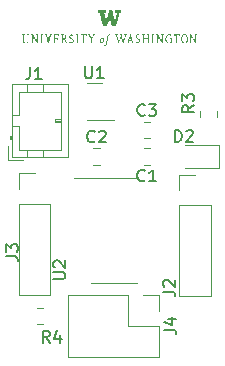
<source format=gbr>
G04 #@! TF.GenerationSoftware,KiCad,Pcbnew,(6.0.8)*
G04 #@! TF.CreationDate,2022-10-25T11:31:58-07:00*
G04 #@! TF.ProjectId,SAMD10_demo_in_progress,53414d44-3130-45f6-9465-6d6f5f696e5f,rev?*
G04 #@! TF.SameCoordinates,Original*
G04 #@! TF.FileFunction,Legend,Top*
G04 #@! TF.FilePolarity,Positive*
%FSLAX46Y46*%
G04 Gerber Fmt 4.6, Leading zero omitted, Abs format (unit mm)*
G04 Created by KiCad (PCBNEW (6.0.8)) date 2022-10-25 11:31:58*
%MOMM*%
%LPD*%
G01*
G04 APERTURE LIST*
%ADD10C,0.150000*%
%ADD11C,0.120000*%
G04 APERTURE END LIST*
D10*
X80283333Y-77507142D02*
X80235714Y-77554761D01*
X80092857Y-77602380D01*
X79997619Y-77602380D01*
X79854761Y-77554761D01*
X79759523Y-77459523D01*
X79711904Y-77364285D01*
X79664285Y-77173809D01*
X79664285Y-77030952D01*
X79711904Y-76840476D01*
X79759523Y-76745238D01*
X79854761Y-76650000D01*
X79997619Y-76602380D01*
X80092857Y-76602380D01*
X80235714Y-76650000D01*
X80283333Y-76697619D01*
X81235714Y-77602380D02*
X80664285Y-77602380D01*
X80950000Y-77602380D02*
X80950000Y-76602380D01*
X80854761Y-76745238D01*
X80759523Y-76840476D01*
X80664285Y-76888095D01*
X76033333Y-74207142D02*
X75985714Y-74254761D01*
X75842857Y-74302380D01*
X75747619Y-74302380D01*
X75604761Y-74254761D01*
X75509523Y-74159523D01*
X75461904Y-74064285D01*
X75414285Y-73873809D01*
X75414285Y-73730952D01*
X75461904Y-73540476D01*
X75509523Y-73445238D01*
X75604761Y-73350000D01*
X75747619Y-73302380D01*
X75842857Y-73302380D01*
X75985714Y-73350000D01*
X76033333Y-73397619D01*
X76414285Y-73397619D02*
X76461904Y-73350000D01*
X76557142Y-73302380D01*
X76795238Y-73302380D01*
X76890476Y-73350000D01*
X76938095Y-73397619D01*
X76985714Y-73492857D01*
X76985714Y-73588095D01*
X76938095Y-73730952D01*
X76366666Y-74302380D01*
X76985714Y-74302380D01*
X80283333Y-71957142D02*
X80235714Y-72004761D01*
X80092857Y-72052380D01*
X79997619Y-72052380D01*
X79854761Y-72004761D01*
X79759523Y-71909523D01*
X79711904Y-71814285D01*
X79664285Y-71623809D01*
X79664285Y-71480952D01*
X79711904Y-71290476D01*
X79759523Y-71195238D01*
X79854761Y-71100000D01*
X79997619Y-71052380D01*
X80092857Y-71052380D01*
X80235714Y-71100000D01*
X80283333Y-71147619D01*
X80616666Y-71052380D02*
X81235714Y-71052380D01*
X80902380Y-71433333D01*
X81045238Y-71433333D01*
X81140476Y-71480952D01*
X81188095Y-71528571D01*
X81235714Y-71623809D01*
X81235714Y-71861904D01*
X81188095Y-71957142D01*
X81140476Y-72004761D01*
X81045238Y-72052380D01*
X80759523Y-72052380D01*
X80664285Y-72004761D01*
X80616666Y-71957142D01*
X82836904Y-74252380D02*
X82836904Y-73252380D01*
X83075000Y-73252380D01*
X83217857Y-73300000D01*
X83313095Y-73395238D01*
X83360714Y-73490476D01*
X83408333Y-73680952D01*
X83408333Y-73823809D01*
X83360714Y-74014285D01*
X83313095Y-74109523D01*
X83217857Y-74204761D01*
X83075000Y-74252380D01*
X82836904Y-74252380D01*
X83789285Y-73347619D02*
X83836904Y-73300000D01*
X83932142Y-73252380D01*
X84170238Y-73252380D01*
X84265476Y-73300000D01*
X84313095Y-73347619D01*
X84360714Y-73442857D01*
X84360714Y-73538095D01*
X84313095Y-73680952D01*
X83741666Y-74252380D01*
X84360714Y-74252380D01*
X81932380Y-90163333D02*
X82646666Y-90163333D01*
X82789523Y-90210952D01*
X82884761Y-90306190D01*
X82932380Y-90449047D01*
X82932380Y-90544285D01*
X82265714Y-89258571D02*
X82932380Y-89258571D01*
X81884761Y-89496666D02*
X82599047Y-89734761D01*
X82599047Y-89115714D01*
X81852380Y-86933333D02*
X82566666Y-86933333D01*
X82709523Y-86980952D01*
X82804761Y-87076190D01*
X82852380Y-87219047D01*
X82852380Y-87314285D01*
X81947619Y-86504761D02*
X81900000Y-86457142D01*
X81852380Y-86361904D01*
X81852380Y-86123809D01*
X81900000Y-86028571D01*
X81947619Y-85980952D01*
X82042857Y-85933333D01*
X82138095Y-85933333D01*
X82280952Y-85980952D01*
X82852380Y-86552380D01*
X82852380Y-85933333D01*
X68552380Y-83933333D02*
X69266666Y-83933333D01*
X69409523Y-83980952D01*
X69504761Y-84076190D01*
X69552380Y-84219047D01*
X69552380Y-84314285D01*
X68552380Y-83552380D02*
X68552380Y-82933333D01*
X68933333Y-83266666D01*
X68933333Y-83123809D01*
X68980952Y-83028571D01*
X69028571Y-82980952D01*
X69123809Y-82933333D01*
X69361904Y-82933333D01*
X69457142Y-82980952D01*
X69504761Y-83028571D01*
X69552380Y-83123809D01*
X69552380Y-83409523D01*
X69504761Y-83504761D01*
X69457142Y-83552380D01*
X70566666Y-67952380D02*
X70566666Y-68666666D01*
X70519047Y-68809523D01*
X70423809Y-68904761D01*
X70280952Y-68952380D01*
X70185714Y-68952380D01*
X71566666Y-68952380D02*
X70995238Y-68952380D01*
X71280952Y-68952380D02*
X71280952Y-67952380D01*
X71185714Y-68095238D01*
X71090476Y-68190476D01*
X70995238Y-68238095D01*
X84452380Y-71166666D02*
X83976190Y-71500000D01*
X84452380Y-71738095D02*
X83452380Y-71738095D01*
X83452380Y-71357142D01*
X83500000Y-71261904D01*
X83547619Y-71214285D01*
X83642857Y-71166666D01*
X83785714Y-71166666D01*
X83880952Y-71214285D01*
X83928571Y-71261904D01*
X83976190Y-71357142D01*
X83976190Y-71738095D01*
X83452380Y-70833333D02*
X83452380Y-70214285D01*
X83833333Y-70547619D01*
X83833333Y-70404761D01*
X83880952Y-70309523D01*
X83928571Y-70261904D01*
X84023809Y-70214285D01*
X84261904Y-70214285D01*
X84357142Y-70261904D01*
X84404761Y-70309523D01*
X84452380Y-70404761D01*
X84452380Y-70690476D01*
X84404761Y-70785714D01*
X84357142Y-70833333D01*
X72233333Y-91252380D02*
X71900000Y-90776190D01*
X71661904Y-91252380D02*
X71661904Y-90252380D01*
X72042857Y-90252380D01*
X72138095Y-90300000D01*
X72185714Y-90347619D01*
X72233333Y-90442857D01*
X72233333Y-90585714D01*
X72185714Y-90680952D01*
X72138095Y-90728571D01*
X72042857Y-90776190D01*
X71661904Y-90776190D01*
X73090476Y-90585714D02*
X73090476Y-91252380D01*
X72852380Y-90204761D02*
X72614285Y-90919047D01*
X73233333Y-90919047D01*
X72552380Y-85861904D02*
X73361904Y-85861904D01*
X73457142Y-85814285D01*
X73504761Y-85766666D01*
X73552380Y-85671428D01*
X73552380Y-85480952D01*
X73504761Y-85385714D01*
X73457142Y-85338095D01*
X73361904Y-85290476D01*
X72552380Y-85290476D01*
X72647619Y-84861904D02*
X72600000Y-84814285D01*
X72552380Y-84719047D01*
X72552380Y-84480952D01*
X72600000Y-84385714D01*
X72647619Y-84338095D01*
X72742857Y-84290476D01*
X72838095Y-84290476D01*
X72980952Y-84338095D01*
X73552380Y-84909523D01*
X73552380Y-84290476D01*
X75238095Y-67852380D02*
X75238095Y-68661904D01*
X75285714Y-68757142D01*
X75333333Y-68804761D01*
X75428571Y-68852380D01*
X75619047Y-68852380D01*
X75714285Y-68804761D01*
X75761904Y-68757142D01*
X75809523Y-68661904D01*
X75809523Y-67852380D01*
X76809523Y-68852380D02*
X76238095Y-68852380D01*
X76523809Y-68852380D02*
X76523809Y-67852380D01*
X76428571Y-67995238D01*
X76333333Y-68090476D01*
X76238095Y-68138095D01*
D11*
X80711252Y-74790000D02*
X80188748Y-74790000D01*
X80711252Y-76210000D02*
X80188748Y-76210000D01*
X75938748Y-74790000D02*
X76461252Y-74790000D01*
X75938748Y-76210000D02*
X76461252Y-76210000D01*
X80711252Y-73960000D02*
X80188748Y-73960000D01*
X80711252Y-72540000D02*
X80188748Y-72540000D01*
X83700000Y-76460000D02*
X86560000Y-76460000D01*
X86560000Y-74540000D02*
X83700000Y-74540000D01*
X86560000Y-76460000D02*
X86560000Y-74540000D01*
X81480000Y-92430000D02*
X73740000Y-92430000D01*
X81480000Y-89830000D02*
X81480000Y-92430000D01*
X73740000Y-87230000D02*
X73740000Y-92430000D01*
X78880000Y-87230000D02*
X73740000Y-87230000D01*
X78880000Y-89830000D02*
X81480000Y-89830000D01*
X80150000Y-87230000D02*
X81480000Y-87230000D01*
X78880000Y-87230000D02*
X78880000Y-89830000D01*
X81480000Y-87230000D02*
X81480000Y-88560000D01*
X83220000Y-77020000D02*
X84550000Y-77020000D01*
X85880000Y-79620000D02*
X85880000Y-87300000D01*
X83220000Y-78350000D02*
X83220000Y-77020000D01*
X83220000Y-87300000D02*
X85880000Y-87300000D01*
X83220000Y-79620000D02*
X83220000Y-87300000D01*
X83220000Y-79620000D02*
X85880000Y-79620000D01*
X72280000Y-79520000D02*
X72280000Y-87200000D01*
X69620000Y-76920000D02*
X70950000Y-76920000D01*
X69620000Y-78250000D02*
X69620000Y-76920000D01*
X69620000Y-79520000D02*
X69620000Y-87200000D01*
X69620000Y-87200000D02*
X72280000Y-87200000D01*
X69620000Y-79520000D02*
X72280000Y-79520000D01*
X69040000Y-69390000D02*
X69040000Y-75510000D01*
X69040000Y-73750000D02*
X68840000Y-73750000D01*
X73150000Y-74900000D02*
X73150000Y-70000000D01*
X73150000Y-72550000D02*
X72650000Y-72550000D01*
X69650000Y-71950000D02*
X69040000Y-71950000D01*
X68940000Y-73750000D02*
X68940000Y-74050000D01*
X72650000Y-72550000D02*
X72650000Y-72350000D01*
X71650000Y-75510000D02*
X71650000Y-74900000D01*
X73150000Y-70000000D02*
X69650000Y-70000000D01*
X69650000Y-70000000D02*
X69650000Y-71950000D01*
X73760000Y-69390000D02*
X69040000Y-69390000D01*
X70350000Y-69390000D02*
X70350000Y-70000000D01*
X68840000Y-73750000D02*
X68840000Y-74050000D01*
X69650000Y-74900000D02*
X73150000Y-74900000D01*
X68740000Y-74560000D02*
X68740000Y-75810000D01*
X69650000Y-72950000D02*
X69650000Y-74900000D01*
X69040000Y-72950000D02*
X69650000Y-72950000D01*
X71650000Y-69390000D02*
X71650000Y-70000000D01*
X73150000Y-72450000D02*
X72650000Y-72450000D01*
X68740000Y-75810000D02*
X69990000Y-75810000D01*
X68840000Y-74050000D02*
X69040000Y-74050000D01*
X69040000Y-75510000D02*
X73760000Y-75510000D01*
X73760000Y-75510000D02*
X73760000Y-69390000D01*
X72650000Y-72350000D02*
X73150000Y-72350000D01*
X70350000Y-75510000D02*
X70350000Y-74900000D01*
X84990000Y-71663748D02*
X84990000Y-72186252D01*
X86410000Y-71663748D02*
X86410000Y-72186252D01*
X71138748Y-89710000D02*
X71661252Y-89710000D01*
X71138748Y-88290000D02*
X71661252Y-88290000D01*
X77700000Y-77315000D02*
X74250000Y-77315000D01*
X77700000Y-86185000D02*
X75750000Y-86185000D01*
X77700000Y-86185000D02*
X79650000Y-86185000D01*
X77700000Y-77315000D02*
X79650000Y-77315000D01*
X76000000Y-69240000D02*
X76650000Y-69240000D01*
X76000000Y-69240000D02*
X75350000Y-69240000D01*
X76000000Y-72360000D02*
X75350000Y-72360000D01*
X76000000Y-72360000D02*
X77675000Y-72360000D01*
G36*
X74072987Y-65147642D02*
G01*
X74084267Y-65148626D01*
X74098555Y-65150643D01*
X74117129Y-65153828D01*
X74141267Y-65158321D01*
X74160211Y-65161942D01*
X74185201Y-65166799D01*
X74207519Y-65171251D01*
X74226055Y-65175064D01*
X74239698Y-65178009D01*
X74247338Y-65179855D01*
X74248563Y-65180297D01*
X74247102Y-65183956D01*
X74241949Y-65192942D01*
X74233801Y-65206116D01*
X74223355Y-65222341D01*
X74216257Y-65233092D01*
X74182233Y-65284168D01*
X74156058Y-65255953D01*
X74144279Y-65243099D01*
X74134166Y-65231777D01*
X74127157Y-65223612D01*
X74125125Y-65221024D01*
X74118571Y-65216009D01*
X74107699Y-65211318D01*
X74102886Y-65209908D01*
X74072965Y-65205740D01*
X74045176Y-65208320D01*
X74020331Y-65217067D01*
X73999240Y-65231403D01*
X73982714Y-65250747D01*
X73971563Y-65274519D01*
X73966599Y-65302140D01*
X73966425Y-65307499D01*
X73966937Y-65323470D01*
X73969475Y-65336689D01*
X73974943Y-65350896D01*
X73978913Y-65359246D01*
X73988474Y-65376008D01*
X74000373Y-65393268D01*
X74009997Y-65404978D01*
X74017889Y-65412422D01*
X74031118Y-65423649D01*
X74048687Y-65437869D01*
X74069600Y-65454289D01*
X74092859Y-65472120D01*
X74117469Y-65490568D01*
X74121926Y-65493864D01*
X74152846Y-65516869D01*
X74178039Y-65536145D01*
X74198211Y-65552398D01*
X74214065Y-65566337D01*
X74226307Y-65578668D01*
X74235642Y-65590099D01*
X74242773Y-65601337D01*
X74248406Y-65613089D01*
X74253038Y-65625454D01*
X74262026Y-65663392D01*
X74263754Y-65701679D01*
X74258670Y-65739387D01*
X74247222Y-65775584D01*
X74229858Y-65809342D01*
X74207026Y-65839732D01*
X74179173Y-65865824D01*
X74146748Y-65886688D01*
X74121917Y-65897560D01*
X74103070Y-65903218D01*
X74083395Y-65906567D01*
X74061673Y-65907576D01*
X74036684Y-65906210D01*
X74007207Y-65902437D01*
X73972023Y-65896225D01*
X73956351Y-65893105D01*
X73932954Y-65888309D01*
X73912187Y-65884007D01*
X73895260Y-65880455D01*
X73883387Y-65877907D01*
X73877777Y-65876617D01*
X73877551Y-65876548D01*
X73878550Y-65873074D01*
X73882592Y-65864135D01*
X73888955Y-65851113D01*
X73896917Y-65835388D01*
X73905758Y-65818343D01*
X73914755Y-65801357D01*
X73923188Y-65785814D01*
X73930334Y-65773094D01*
X73935471Y-65764578D01*
X73937430Y-65761914D01*
X73940507Y-65764008D01*
X73947580Y-65771149D01*
X73957713Y-65782323D01*
X73969970Y-65796518D01*
X73975071Y-65802593D01*
X73988980Y-65818695D01*
X74001584Y-65832202D01*
X74011795Y-65842017D01*
X74018528Y-65847043D01*
X74019495Y-65847412D01*
X74052755Y-65852005D01*
X74084115Y-65849685D01*
X74112685Y-65840578D01*
X74127550Y-65832285D01*
X74147030Y-65814930D01*
X74162086Y-65792453D01*
X74172523Y-65766304D01*
X74178146Y-65737930D01*
X74178760Y-65708781D01*
X74174168Y-65680304D01*
X74164177Y-65653949D01*
X74153816Y-65637474D01*
X74148195Y-65631893D01*
X74137132Y-65622446D01*
X74121519Y-65609837D01*
X74102252Y-65594774D01*
X74080222Y-65577963D01*
X74056323Y-65560108D01*
X74050349Y-65555702D01*
X74023255Y-65535505D01*
X73998210Y-65516319D01*
X73976113Y-65498864D01*
X73957859Y-65483859D01*
X73944344Y-65472022D01*
X73937292Y-65465033D01*
X73914870Y-65434992D01*
X73898177Y-65402189D01*
X73887657Y-65367988D01*
X73883756Y-65333753D01*
X73885767Y-65306840D01*
X73895671Y-65270171D01*
X73912023Y-65236925D01*
X73934086Y-65207835D01*
X73961118Y-65183635D01*
X73992382Y-65165058D01*
X74027136Y-65152837D01*
X74044403Y-65149507D01*
X74054334Y-65148220D01*
X74063435Y-65147552D01*
X74072987Y-65147642D01*
G37*
G36*
X79690312Y-65147697D02*
G01*
X79701635Y-65148694D01*
X79715989Y-65150723D01*
X79734650Y-65153923D01*
X79758892Y-65158430D01*
X79777626Y-65162007D01*
X79802616Y-65166845D01*
X79824908Y-65171247D01*
X79843400Y-65174988D01*
X79856990Y-65177843D01*
X79864575Y-65179588D01*
X79865779Y-65179980D01*
X79864211Y-65183521D01*
X79859026Y-65192448D01*
X79850916Y-65205627D01*
X79840572Y-65221928D01*
X79833374Y-65233053D01*
X79820391Y-65252742D01*
X79810838Y-65266547D01*
X79804061Y-65275245D01*
X79799410Y-65279613D01*
X79796232Y-65280429D01*
X79794569Y-65279339D01*
X79789864Y-65274203D01*
X79781322Y-65264814D01*
X79770346Y-65252715D01*
X79762971Y-65244571D01*
X79748041Y-65228929D01*
X79736098Y-65218589D01*
X79725716Y-65212405D01*
X79720450Y-65210448D01*
X79692234Y-65205744D01*
X79664213Y-65208173D01*
X79637953Y-65217422D01*
X79617348Y-65231121D01*
X79599512Y-65251124D01*
X79588313Y-65274324D01*
X79583708Y-65299866D01*
X79585655Y-65326896D01*
X79594109Y-65354558D01*
X79609028Y-65381997D01*
X79626047Y-65403722D01*
X79634013Y-65411356D01*
X79647321Y-65422745D01*
X79664963Y-65437087D01*
X79685934Y-65453583D01*
X79709228Y-65471430D01*
X79733840Y-65489826D01*
X79737683Y-65492657D01*
X79761881Y-65510606D01*
X79784476Y-65527667D01*
X79804563Y-65543135D01*
X79821235Y-65556301D01*
X79833589Y-65566458D01*
X79840718Y-65572900D01*
X79841501Y-65573755D01*
X79858942Y-65600149D01*
X79871116Y-65630962D01*
X79877990Y-65664813D01*
X79879534Y-65700322D01*
X79875716Y-65736110D01*
X79866504Y-65770795D01*
X79851868Y-65802999D01*
X79846892Y-65811229D01*
X79832756Y-65829711D01*
X79814206Y-65849003D01*
X79793626Y-65866935D01*
X79773398Y-65881334D01*
X79764335Y-65886443D01*
X79743649Y-65895835D01*
X79723659Y-65902489D01*
X79703097Y-65906447D01*
X79680697Y-65907753D01*
X79655194Y-65906450D01*
X79625321Y-65902580D01*
X79589812Y-65896186D01*
X79573577Y-65892897D01*
X79550613Y-65888120D01*
X79530149Y-65883841D01*
X79513468Y-65880329D01*
X79501854Y-65877856D01*
X79496591Y-65876691D01*
X79496570Y-65876685D01*
X79496523Y-65872926D01*
X79500258Y-65863093D01*
X79507504Y-65847791D01*
X79517987Y-65827624D01*
X79522142Y-65819947D01*
X79532502Y-65801079D01*
X79541621Y-65784678D01*
X79548820Y-65771949D01*
X79553419Y-65764099D01*
X79554693Y-65762184D01*
X79557833Y-65764213D01*
X79564943Y-65771313D01*
X79575086Y-65782474D01*
X79587326Y-65796688D01*
X79592477Y-65802856D01*
X79608029Y-65821304D01*
X79620325Y-65834475D01*
X79630938Y-65843237D01*
X79641440Y-65848455D01*
X79653404Y-65850995D01*
X79668402Y-65851725D01*
X79681006Y-65851631D01*
X79709617Y-65847425D01*
X79735987Y-65836279D01*
X79758923Y-65818994D01*
X79777234Y-65796371D01*
X79785003Y-65781713D01*
X79791211Y-65761846D01*
X79794900Y-65737668D01*
X79795833Y-65712342D01*
X79793771Y-65689029D01*
X79792462Y-65682603D01*
X79789094Y-65670531D01*
X79784716Y-65659654D01*
X79778616Y-65649238D01*
X79770086Y-65638544D01*
X79758416Y-65626839D01*
X79742897Y-65613385D01*
X79722818Y-65597446D01*
X79697470Y-65578288D01*
X79678026Y-65563900D01*
X79646051Y-65540229D01*
X79619738Y-65520394D01*
X79598346Y-65503752D01*
X79581136Y-65489660D01*
X79567368Y-65477477D01*
X79556300Y-65466559D01*
X79547194Y-65456264D01*
X79539309Y-65445948D01*
X79535010Y-65439711D01*
X79516934Y-65406314D01*
X79506006Y-65371858D01*
X79501870Y-65337159D01*
X79504170Y-65303030D01*
X79512551Y-65270284D01*
X79526656Y-65239736D01*
X79546131Y-65212200D01*
X79570620Y-65188490D01*
X79599768Y-65169419D01*
X79633218Y-65155801D01*
X79661777Y-65149530D01*
X79671658Y-65148252D01*
X79680745Y-65147596D01*
X79690312Y-65147697D01*
G37*
G36*
X84400473Y-65417689D02*
G01*
X84564119Y-65684564D01*
X84565126Y-65450035D01*
X84566134Y-65215507D01*
X84536804Y-65186005D01*
X84524782Y-65173660D01*
X84515145Y-65163287D01*
X84509043Y-65156151D01*
X84507475Y-65153659D01*
X84511204Y-65152870D01*
X84521683Y-65152165D01*
X84537851Y-65151576D01*
X84558644Y-65151135D01*
X84582999Y-65150874D01*
X84602121Y-65150815D01*
X84696767Y-65150815D01*
X84664625Y-65183125D01*
X84632482Y-65215435D01*
X84632482Y-65900861D01*
X84614818Y-65900861D01*
X84611857Y-65901129D01*
X84609429Y-65901681D01*
X84607279Y-65902140D01*
X84605158Y-65902129D01*
X84602811Y-65901269D01*
X84599986Y-65899183D01*
X84596432Y-65895495D01*
X84591896Y-65889826D01*
X84586126Y-65881799D01*
X84578869Y-65871037D01*
X84569874Y-65857162D01*
X84558887Y-65839797D01*
X84545657Y-65818564D01*
X84529931Y-65793085D01*
X84511457Y-65762985D01*
X84489982Y-65727884D01*
X84465255Y-65687405D01*
X84437023Y-65641172D01*
X84405034Y-65588806D01*
X84392233Y-65567862D01*
X84216441Y-65280307D01*
X84215438Y-65558247D01*
X84214435Y-65836188D01*
X84246604Y-65868525D01*
X84278772Y-65900861D01*
X84084801Y-65900861D01*
X84104353Y-65878399D01*
X84115845Y-65865525D01*
X84127203Y-65853342D01*
X84135971Y-65844482D01*
X84135991Y-65844463D01*
X84148077Y-65832989D01*
X84148077Y-65218374D01*
X84116473Y-65184595D01*
X84084869Y-65150815D01*
X84236828Y-65150815D01*
X84400473Y-65417689D01*
G37*
G36*
X78023677Y-63057885D02*
G01*
X78286389Y-63058890D01*
X78286389Y-63304998D01*
X78213226Y-63306061D01*
X78140064Y-63307124D01*
X78134337Y-63327547D01*
X78132691Y-63333727D01*
X78129217Y-63347022D01*
X78124033Y-63366979D01*
X78117254Y-63393146D01*
X78108998Y-63425070D01*
X78099381Y-63462300D01*
X78088520Y-63504382D01*
X78076532Y-63550865D01*
X78063533Y-63601296D01*
X78049641Y-63655222D01*
X78034971Y-63712191D01*
X78019641Y-63771751D01*
X78003768Y-63833449D01*
X77993495Y-63873393D01*
X77977391Y-63935978D01*
X77961781Y-63996562D01*
X77946781Y-64054706D01*
X77932504Y-64109971D01*
X77919064Y-64161916D01*
X77906576Y-64210103D01*
X77895154Y-64254091D01*
X77884913Y-64293442D01*
X77875965Y-64327715D01*
X77868426Y-64356471D01*
X77862410Y-64379271D01*
X77858031Y-64395674D01*
X77855403Y-64405242D01*
X77854681Y-64407605D01*
X77850983Y-64416395D01*
X77472187Y-64416395D01*
X77468291Y-64401746D01*
X77466771Y-64395802D01*
X77463507Y-64382856D01*
X77458642Y-64363488D01*
X77452321Y-64338276D01*
X77444691Y-64307801D01*
X77435894Y-64272640D01*
X77426077Y-64233374D01*
X77415384Y-64190581D01*
X77403960Y-64144841D01*
X77391951Y-64096733D01*
X77382739Y-64059819D01*
X77370466Y-64010684D01*
X77358713Y-63963746D01*
X77347621Y-63919557D01*
X77337328Y-63878664D01*
X77327974Y-63841620D01*
X77319698Y-63808973D01*
X77312640Y-63781274D01*
X77306939Y-63759073D01*
X77302734Y-63742919D01*
X77300166Y-63733364D01*
X77299385Y-63730842D01*
X77298175Y-63734282D01*
X77295147Y-63744759D01*
X77290441Y-63761743D01*
X77284197Y-63784708D01*
X77276557Y-63813125D01*
X77267662Y-63846468D01*
X77257651Y-63884208D01*
X77246665Y-63925818D01*
X77234846Y-63970770D01*
X77222334Y-64018537D01*
X77209270Y-64068591D01*
X77208182Y-64072769D01*
X77118679Y-64416395D01*
X76737614Y-64416395D01*
X76735495Y-64407605D01*
X76733589Y-64399757D01*
X76729967Y-64384890D01*
X76724766Y-64363574D01*
X76718127Y-64336380D01*
X76710189Y-64303878D01*
X76701092Y-64266639D01*
X76690974Y-64225232D01*
X76679976Y-64180228D01*
X76668236Y-64132198D01*
X76655895Y-64081711D01*
X76643092Y-64029338D01*
X76629966Y-63975650D01*
X76616656Y-63921216D01*
X76603303Y-63866607D01*
X76590045Y-63812393D01*
X76577022Y-63759144D01*
X76564374Y-63707431D01*
X76552239Y-63657824D01*
X76540758Y-63610894D01*
X76530069Y-63567211D01*
X76520313Y-63527344D01*
X76511629Y-63491865D01*
X76504155Y-63461343D01*
X76498032Y-63436349D01*
X76493399Y-63417454D01*
X76490486Y-63405591D01*
X76466212Y-63306952D01*
X76311658Y-63306952D01*
X76311658Y-63056936D01*
X77022749Y-63056936D01*
X77021717Y-63180967D01*
X77020686Y-63304998D01*
X76927907Y-63306046D01*
X76896960Y-63306555D01*
X76871714Y-63307304D01*
X76852675Y-63308266D01*
X76840349Y-63309416D01*
X76835241Y-63310725D01*
X76835128Y-63310963D01*
X76836063Y-63315316D01*
X76838766Y-63326610D01*
X76843078Y-63344215D01*
X76848842Y-63367502D01*
X76855901Y-63395840D01*
X76864098Y-63428598D01*
X76873276Y-63465146D01*
X76883276Y-63504854D01*
X76893943Y-63547091D01*
X76899664Y-63569698D01*
X76911517Y-63616518D01*
X76923493Y-63663843D01*
X76935340Y-63710675D01*
X76946805Y-63756017D01*
X76957636Y-63798869D01*
X76967581Y-63838234D01*
X76976388Y-63873114D01*
X76983804Y-63902512D01*
X76989578Y-63925429D01*
X76990033Y-63927239D01*
X76996861Y-63954181D01*
X77003093Y-63978399D01*
X77008475Y-63998931D01*
X77012751Y-64014816D01*
X77015666Y-64025093D01*
X77016966Y-64028801D01*
X77016985Y-64028796D01*
X77018246Y-64024864D01*
X77021184Y-64014426D01*
X77025514Y-63998537D01*
X77030949Y-63978253D01*
X77037204Y-63954631D01*
X77041613Y-63937838D01*
X77046551Y-63918973D01*
X77053246Y-63893404D01*
X77061474Y-63861985D01*
X77071012Y-63825570D01*
X77081636Y-63785013D01*
X77093121Y-63741168D01*
X77105246Y-63694889D01*
X77117785Y-63647029D01*
X77130515Y-63598443D01*
X77139847Y-63562827D01*
X77152574Y-63514251D01*
X77165272Y-63465775D01*
X77177717Y-63418252D01*
X77189686Y-63372537D01*
X77200956Y-63329483D01*
X77211302Y-63289944D01*
X77220502Y-63254774D01*
X77228332Y-63224828D01*
X77234568Y-63200958D01*
X77238000Y-63187804D01*
X77244975Y-63161143D01*
X77251643Y-63135814D01*
X77257640Y-63113196D01*
X77262598Y-63094666D01*
X77266151Y-63081606D01*
X77267318Y-63077445D01*
X77273209Y-63056936D01*
X77514012Y-63056936D01*
X77539824Y-63163388D01*
X77544519Y-63182783D01*
X77550866Y-63209050D01*
X77558691Y-63241464D01*
X77567818Y-63279302D01*
X77578073Y-63321838D01*
X77589282Y-63368348D01*
X77601270Y-63418108D01*
X77613862Y-63470393D01*
X77626885Y-63524478D01*
X77640162Y-63579640D01*
X77653520Y-63635154D01*
X77655856Y-63644863D01*
X77668540Y-63697558D01*
X77680714Y-63748072D01*
X77692252Y-63795890D01*
X77703030Y-63840498D01*
X77712924Y-63881383D01*
X77721808Y-63918032D01*
X77729559Y-63949930D01*
X77736051Y-63976564D01*
X77741160Y-63997421D01*
X77744762Y-64011985D01*
X77746731Y-64019745D01*
X77747072Y-64020925D01*
X77748353Y-64017749D01*
X77751199Y-64008314D01*
X77755235Y-63993930D01*
X77760088Y-63975906D01*
X77762118Y-63968187D01*
X77765362Y-63955773D01*
X77770396Y-63936513D01*
X77777034Y-63911119D01*
X77785090Y-63880304D01*
X77794376Y-63844779D01*
X77804708Y-63805258D01*
X77815899Y-63762452D01*
X77827762Y-63717075D01*
X77840111Y-63669838D01*
X77852761Y-63621454D01*
X77854510Y-63614764D01*
X77866777Y-63567793D01*
X77878455Y-63522982D01*
X77889393Y-63480909D01*
X77899444Y-63442153D01*
X77908457Y-63407292D01*
X77916284Y-63376905D01*
X77922776Y-63351569D01*
X77927782Y-63331865D01*
X77931155Y-63318369D01*
X77932744Y-63311661D01*
X77932851Y-63311034D01*
X77928953Y-63309486D01*
X77917273Y-63308303D01*
X77897834Y-63307489D01*
X77870659Y-63307043D01*
X77846909Y-63306952D01*
X77760966Y-63306952D01*
X77760966Y-63056881D01*
X78023677Y-63057885D01*
G37*
G36*
X71638427Y-65181177D02*
G01*
X71608244Y-65211539D01*
X71608244Y-65838443D01*
X71667878Y-65900861D01*
X71569697Y-65900861D01*
X71542928Y-65900746D01*
X71518938Y-65900421D01*
X71498771Y-65899920D01*
X71483470Y-65899273D01*
X71474077Y-65898515D01*
X71471516Y-65897827D01*
X71474123Y-65893951D01*
X71481140Y-65885970D01*
X71491363Y-65875214D01*
X71498862Y-65867656D01*
X71526207Y-65840520D01*
X71526207Y-65211156D01*
X71498862Y-65184020D01*
X71487244Y-65172202D01*
X71478078Y-65162328D01*
X71472568Y-65155726D01*
X71471516Y-65153850D01*
X71475249Y-65153024D01*
X71485754Y-65152283D01*
X71501988Y-65151661D01*
X71522912Y-65151188D01*
X71547483Y-65150896D01*
X71570064Y-65150815D01*
X71668611Y-65150815D01*
X71638427Y-65181177D01*
G37*
G36*
X72991141Y-65289356D02*
G01*
X72951033Y-65249384D01*
X72910925Y-65209413D01*
X72690341Y-65209413D01*
X72690341Y-65471147D01*
X72856183Y-65471147D01*
X72913011Y-65414699D01*
X72912873Y-65502497D01*
X72912734Y-65590295D01*
X72884551Y-65559955D01*
X72856367Y-65529614D01*
X72773354Y-65529680D01*
X72690341Y-65529745D01*
X72690341Y-65842264D01*
X72910925Y-65842264D01*
X72991141Y-65762320D01*
X72991141Y-65900861D01*
X72772378Y-65900861D01*
X72731848Y-65900809D01*
X72693753Y-65900657D01*
X72658793Y-65900417D01*
X72627665Y-65900098D01*
X72601069Y-65899709D01*
X72579704Y-65899259D01*
X72564268Y-65898760D01*
X72555461Y-65898220D01*
X72553614Y-65897827D01*
X72556221Y-65893951D01*
X72563238Y-65885970D01*
X72573461Y-65875214D01*
X72580960Y-65867656D01*
X72608305Y-65840520D01*
X72608305Y-65211156D01*
X72580960Y-65184020D01*
X72569342Y-65172202D01*
X72560176Y-65162328D01*
X72554666Y-65155726D01*
X72553614Y-65153850D01*
X72557404Y-65153288D01*
X72568308Y-65152759D01*
X72585627Y-65152274D01*
X72608663Y-65151842D01*
X72636716Y-65151473D01*
X72669087Y-65151177D01*
X72705078Y-65150963D01*
X72743990Y-65150841D01*
X72772378Y-65150815D01*
X72991141Y-65150815D01*
X72991141Y-65289356D01*
G37*
G36*
X81033536Y-65181177D02*
G01*
X81003353Y-65211539D01*
X81003353Y-65840138D01*
X81033536Y-65870500D01*
X81063720Y-65900861D01*
X80860949Y-65900861D01*
X80891133Y-65870500D01*
X80921316Y-65840138D01*
X80921316Y-65211539D01*
X80891133Y-65181177D01*
X80860949Y-65150815D01*
X81063720Y-65150815D01*
X81033536Y-65181177D01*
G37*
G36*
X73319651Y-65151848D02*
G01*
X73358834Y-65152359D01*
X73391171Y-65152943D01*
X73417627Y-65153714D01*
X73439168Y-65154786D01*
X73456762Y-65156272D01*
X73471373Y-65158286D01*
X73483968Y-65160942D01*
X73495513Y-65164353D01*
X73506974Y-65168634D01*
X73519318Y-65173898D01*
X73523801Y-65175894D01*
X73554995Y-65193376D01*
X73583612Y-65216193D01*
X73608205Y-65242866D01*
X73627330Y-65271916D01*
X73635846Y-65290571D01*
X73643628Y-65319605D01*
X73646761Y-65351236D01*
X73645069Y-65382190D01*
X73641670Y-65399054D01*
X73629607Y-65429819D01*
X73610981Y-65459339D01*
X73587037Y-65486158D01*
X73559022Y-65508826D01*
X73535948Y-65522296D01*
X73510612Y-65534769D01*
X73525752Y-65562532D01*
X73531190Y-65572582D01*
X73539751Y-65588505D01*
X73550889Y-65609278D01*
X73564056Y-65633878D01*
X73578703Y-65661282D01*
X73594283Y-65690468D01*
X73606486Y-65713350D01*
X73624037Y-65746199D01*
X73638481Y-65772975D01*
X73650342Y-65794525D01*
X73660143Y-65811694D01*
X73668408Y-65825328D01*
X73675659Y-65836274D01*
X73682419Y-65845376D01*
X73689213Y-65853482D01*
X73696563Y-65861437D01*
X73700773Y-65865789D01*
X73712606Y-65878161D01*
X73722066Y-65888537D01*
X73728009Y-65895630D01*
X73729468Y-65898018D01*
X73725783Y-65898994D01*
X73715617Y-65899826D01*
X73700301Y-65900450D01*
X73681166Y-65900804D01*
X73669170Y-65900861D01*
X73608873Y-65900861D01*
X73520361Y-65727022D01*
X73431850Y-65553184D01*
X73416586Y-65552858D01*
X73403431Y-65552666D01*
X73387398Y-65552549D01*
X73379837Y-65552533D01*
X73362906Y-65552599D01*
X73345222Y-65552766D01*
X73338819Y-65552858D01*
X73319286Y-65553184D01*
X73319286Y-65836825D01*
X73333306Y-65850287D01*
X73343987Y-65861166D01*
X73356133Y-65874426D01*
X73362968Y-65882305D01*
X73378611Y-65900861D01*
X73181786Y-65900861D01*
X73201267Y-65878399D01*
X73211962Y-65866340D01*
X73221768Y-65855748D01*
X73228673Y-65848792D01*
X73228999Y-65848495D01*
X73237250Y-65841053D01*
X73237250Y-65495405D01*
X73319286Y-65495405D01*
X73380813Y-65493878D01*
X73405120Y-65493149D01*
X73423177Y-65492217D01*
X73436549Y-65490881D01*
X73446800Y-65488941D01*
X73455493Y-65486198D01*
X73461873Y-65483520D01*
X73491648Y-65466873D01*
X73514795Y-65446572D01*
X73531914Y-65421928D01*
X73543606Y-65392250D01*
X73544653Y-65388394D01*
X73548213Y-65372887D01*
X73549477Y-65360332D01*
X73548585Y-65346889D01*
X73546612Y-65334080D01*
X73537181Y-65300012D01*
X73521512Y-65270093D01*
X73500055Y-65244945D01*
X73473261Y-65225192D01*
X73464672Y-65220618D01*
X73456937Y-65217156D01*
X73448992Y-65214639D01*
X73439344Y-65212876D01*
X73426499Y-65211676D01*
X73408962Y-65210849D01*
X73385240Y-65210203D01*
X73382767Y-65210147D01*
X73319286Y-65208740D01*
X73319286Y-65495405D01*
X73237250Y-65495405D01*
X73237250Y-65210877D01*
X73235281Y-65208740D01*
X73209293Y-65180536D01*
X73181335Y-65150195D01*
X73319651Y-65151848D01*
G37*
G36*
X83359820Y-65438118D02*
G01*
X83370735Y-65388323D01*
X83386373Y-65340917D01*
X83406566Y-65296622D01*
X83431147Y-65256162D01*
X83459948Y-65220260D01*
X83492802Y-65189639D01*
X83529542Y-65165022D01*
X83538429Y-65160333D01*
X83575240Y-65145918D01*
X83615220Y-65137550D01*
X83656243Y-65135532D01*
X83689262Y-65138843D01*
X83730296Y-65149850D01*
X83768666Y-65167830D01*
X83804039Y-65192302D01*
X83836082Y-65222782D01*
X83864464Y-65258788D01*
X83888851Y-65299837D01*
X83908911Y-65345445D01*
X83924311Y-65395130D01*
X83934718Y-65448410D01*
X83939700Y-65502399D01*
X83939307Y-65558627D01*
X83933312Y-65612828D01*
X83922039Y-65664424D01*
X83905809Y-65712835D01*
X83884947Y-65757481D01*
X83859776Y-65797782D01*
X83830618Y-65833159D01*
X83797797Y-65863032D01*
X83761636Y-65886821D01*
X83722458Y-65903946D01*
X83714457Y-65906471D01*
X83695181Y-65910584D01*
X83671224Y-65913390D01*
X83645633Y-65914727D01*
X83621457Y-65914433D01*
X83602148Y-65912420D01*
X83562442Y-65901384D01*
X83524603Y-65883108D01*
X83489184Y-65858050D01*
X83456737Y-65826673D01*
X83427818Y-65789436D01*
X83402979Y-65746801D01*
X83402856Y-65746555D01*
X83381927Y-65697613D01*
X83366723Y-65646722D01*
X83357078Y-65594603D01*
X83352824Y-65541981D01*
X83352956Y-65534827D01*
X83450719Y-65534827D01*
X83451575Y-65570547D01*
X83453737Y-65603414D01*
X83457224Y-65631316D01*
X83457886Y-65635067D01*
X83464851Y-65666630D01*
X83473887Y-65698432D01*
X83484235Y-65728184D01*
X83495136Y-65753593D01*
X83500612Y-65764053D01*
X83512619Y-65782206D01*
X83527809Y-65800963D01*
X83544168Y-65818103D01*
X83559683Y-65831408D01*
X83565033Y-65835054D01*
X83592892Y-65848065D01*
X83623889Y-65855368D01*
X83655938Y-65856820D01*
X83686953Y-65852282D01*
X83708564Y-65844735D01*
X83734838Y-65830288D01*
X83756696Y-65812407D01*
X83776577Y-65789048D01*
X83779005Y-65785696D01*
X83801186Y-65748708D01*
X83818669Y-65706385D01*
X83831517Y-65658474D01*
X83839791Y-65604721D01*
X83843555Y-65544874D01*
X83843818Y-65522116D01*
X83841463Y-65463264D01*
X83834567Y-65409059D01*
X83823256Y-65359908D01*
X83807652Y-65316216D01*
X83787880Y-65278390D01*
X83764064Y-65246836D01*
X83757825Y-65240307D01*
X83737583Y-65222030D01*
X83718163Y-65209289D01*
X83697450Y-65201245D01*
X83673327Y-65197054D01*
X83646093Y-65195878D01*
X83627001Y-65196059D01*
X83613204Y-65197049D01*
X83602198Y-65199272D01*
X83591475Y-65203158D01*
X83584231Y-65206420D01*
X83560229Y-65219447D01*
X83540711Y-65234580D01*
X83523311Y-65253894D01*
X83512000Y-65269695D01*
X83492805Y-65303960D01*
X83476387Y-65345047D01*
X83462959Y-65392395D01*
X83459973Y-65405713D01*
X83455797Y-65431699D01*
X83452850Y-65463289D01*
X83451151Y-65498370D01*
X83450719Y-65534827D01*
X83352956Y-65534827D01*
X83353793Y-65489578D01*
X83359820Y-65438118D01*
G37*
G36*
X80240519Y-65181177D02*
G01*
X80210335Y-65211539D01*
X80210335Y-65467241D01*
X80518948Y-65467241D01*
X80518948Y-65211156D01*
X80491602Y-65184020D01*
X80479985Y-65172202D01*
X80470819Y-65162328D01*
X80465309Y-65155726D01*
X80464257Y-65153850D01*
X80467990Y-65153024D01*
X80478494Y-65152283D01*
X80494729Y-65151661D01*
X80515653Y-65151188D01*
X80540224Y-65150896D01*
X80562804Y-65150815D01*
X80661352Y-65150815D01*
X80600984Y-65211539D01*
X80600984Y-65840138D01*
X80631168Y-65870500D01*
X80661352Y-65900861D01*
X80562804Y-65900861D01*
X80535983Y-65900746D01*
X80511939Y-65900423D01*
X80491714Y-65899923D01*
X80476349Y-65899279D01*
X80466885Y-65898522D01*
X80464257Y-65897827D01*
X80466864Y-65893951D01*
X80473881Y-65885970D01*
X80484104Y-65875214D01*
X80491602Y-65867656D01*
X80518948Y-65840520D01*
X80518948Y-65525838D01*
X80210335Y-65525838D01*
X80210335Y-65835260D01*
X80240114Y-65868061D01*
X80269893Y-65900861D01*
X80072803Y-65900861D01*
X80097082Y-65873476D01*
X80108048Y-65861286D01*
X80117250Y-65851387D01*
X80123344Y-65845209D01*
X80124830Y-65843947D01*
X80125395Y-65839769D01*
X80125927Y-65828302D01*
X80126420Y-65810070D01*
X80126868Y-65785596D01*
X80127265Y-65755404D01*
X80127607Y-65720018D01*
X80127886Y-65679961D01*
X80128098Y-65635757D01*
X80128237Y-65587930D01*
X80128297Y-65537003D01*
X80128299Y-65525619D01*
X80128299Y-65209436D01*
X80100457Y-65180126D01*
X80072615Y-65150815D01*
X80270702Y-65150815D01*
X80240519Y-65181177D01*
G37*
G36*
X82393993Y-65143606D02*
G01*
X82422382Y-65146476D01*
X82448217Y-65151851D01*
X82474059Y-65160253D01*
X82500515Y-65171321D01*
X82526884Y-65183224D01*
X82526884Y-65312534D01*
X82478788Y-65264985D01*
X82456951Y-65243905D01*
X82438958Y-65227966D01*
X82423537Y-65216400D01*
X82409418Y-65208439D01*
X82395330Y-65203316D01*
X82380005Y-65200265D01*
X82369750Y-65199114D01*
X82334833Y-65199793D01*
X82300505Y-65207864D01*
X82267303Y-65222907D01*
X82235766Y-65244503D01*
X82206434Y-65272232D01*
X82179844Y-65305673D01*
X82156534Y-65344406D01*
X82141234Y-65377392D01*
X82131295Y-65403700D01*
X82124065Y-65428401D01*
X82119202Y-65453548D01*
X82116364Y-65481194D01*
X82115207Y-65513393D01*
X82115163Y-65533651D01*
X82115477Y-65559446D01*
X82116183Y-65579449D01*
X82117489Y-65595681D01*
X82119601Y-65610159D01*
X82122729Y-65624905D01*
X82125818Y-65637173D01*
X82141405Y-65685249D01*
X82161357Y-65727794D01*
X82185374Y-65764530D01*
X82213159Y-65795182D01*
X82244411Y-65819471D01*
X82278832Y-65837121D01*
X82316122Y-65847854D01*
X82355982Y-65851392D01*
X82356952Y-65851387D01*
X82388008Y-65849135D01*
X82414568Y-65842404D01*
X82439014Y-65830422D01*
X82454614Y-65819667D01*
X82474146Y-65804828D01*
X82475177Y-65681884D01*
X82476207Y-65558940D01*
X82448808Y-65531751D01*
X82437178Y-65519921D01*
X82427998Y-65510035D01*
X82422472Y-65503419D01*
X82421409Y-65501527D01*
X82425139Y-65500690D01*
X82435625Y-65499941D01*
X82451812Y-65499314D01*
X82472641Y-65498843D01*
X82497056Y-65498560D01*
X82517118Y-65498493D01*
X82543532Y-65498611D01*
X82567154Y-65498944D01*
X82586927Y-65499457D01*
X82601793Y-65500117D01*
X82610697Y-65500891D01*
X82612827Y-65501527D01*
X82610220Y-65505403D01*
X82603203Y-65513384D01*
X82592980Y-65524140D01*
X82585481Y-65531698D01*
X82558136Y-65558834D01*
X82558136Y-65856065D01*
X82537627Y-65868179D01*
X82503458Y-65884966D01*
X82464987Y-65897240D01*
X82438302Y-65902825D01*
X82413665Y-65905975D01*
X82385470Y-65907743D01*
X82356207Y-65908125D01*
X82328365Y-65907119D01*
X82304433Y-65904725D01*
X82294395Y-65902938D01*
X82246934Y-65888769D01*
X82202832Y-65867619D01*
X82161907Y-65839386D01*
X82127040Y-65807204D01*
X82093334Y-65767297D01*
X82065894Y-65724362D01*
X82044062Y-65677211D01*
X82028401Y-65629223D01*
X82024254Y-65613155D01*
X82021340Y-65599165D01*
X82019445Y-65585210D01*
X82018354Y-65569248D01*
X82017852Y-65549234D01*
X82017727Y-65527791D01*
X82018116Y-65495431D01*
X82019445Y-65469606D01*
X82021800Y-65449087D01*
X82023967Y-65437808D01*
X82040113Y-65382597D01*
X82061906Y-65332160D01*
X82089114Y-65286808D01*
X82121505Y-65246854D01*
X82158848Y-65212608D01*
X82200910Y-65184382D01*
X82220224Y-65174253D01*
X82253772Y-65159730D01*
X82285404Y-65150074D01*
X82318047Y-65144629D01*
X82354630Y-65142736D01*
X82360490Y-65142717D01*
X82393993Y-65143606D01*
G37*
G36*
X83237865Y-65285443D02*
G01*
X83161549Y-65209413D01*
X83023008Y-65209413D01*
X83023008Y-65840520D01*
X83050354Y-65867656D01*
X83061971Y-65879474D01*
X83071137Y-65889349D01*
X83076647Y-65895951D01*
X83077699Y-65897827D01*
X83073967Y-65898655D01*
X83063467Y-65899398D01*
X83047244Y-65900022D01*
X83026344Y-65900495D01*
X83001810Y-65900784D01*
X82979859Y-65900861D01*
X82882019Y-65900861D01*
X82910589Y-65868633D01*
X82939159Y-65836404D01*
X82939013Y-65211366D01*
X82870815Y-65210293D01*
X82802617Y-65209221D01*
X82762413Y-65249289D01*
X82722208Y-65289356D01*
X82722208Y-65150815D01*
X83237865Y-65150815D01*
X83237865Y-65285443D01*
G37*
G36*
X75358474Y-65285443D02*
G01*
X75282158Y-65209413D01*
X75143617Y-65209413D01*
X75143617Y-65840520D01*
X75170963Y-65867656D01*
X75182581Y-65879474D01*
X75191746Y-65889349D01*
X75197256Y-65895951D01*
X75198308Y-65897827D01*
X75194576Y-65898655D01*
X75184075Y-65899397D01*
X75167850Y-65900021D01*
X75146945Y-65900493D01*
X75122404Y-65900783D01*
X75100331Y-65900861D01*
X75002353Y-65900861D01*
X75061581Y-65836495D01*
X75061581Y-65209413D01*
X74923034Y-65209413D01*
X74882926Y-65249384D01*
X74842817Y-65289356D01*
X74842817Y-65150815D01*
X75358474Y-65150815D01*
X75358474Y-65285443D01*
G37*
G36*
X70973755Y-65417881D02*
G01*
X71137511Y-65684946D01*
X71138519Y-65450222D01*
X71139526Y-65215497D01*
X71075180Y-65150815D01*
X71270160Y-65150815D01*
X71238017Y-65183125D01*
X71205875Y-65215435D01*
X71205875Y-65900861D01*
X71193179Y-65900834D01*
X71190977Y-65900730D01*
X71188740Y-65900165D01*
X71186201Y-65898745D01*
X71183096Y-65896074D01*
X71179161Y-65891761D01*
X71174131Y-65885409D01*
X71167741Y-65876625D01*
X71159727Y-65865015D01*
X71149823Y-65850185D01*
X71137766Y-65831740D01*
X71123290Y-65809286D01*
X71106132Y-65782429D01*
X71086025Y-65750775D01*
X71062706Y-65713930D01*
X71035910Y-65671499D01*
X71005372Y-65623089D01*
X70985158Y-65591033D01*
X70789834Y-65281258D01*
X70787828Y-65836188D01*
X70819997Y-65868525D01*
X70852165Y-65900861D01*
X70658434Y-65900861D01*
X70666215Y-65890118D01*
X70672683Y-65882306D01*
X70682868Y-65871212D01*
X70694820Y-65858942D01*
X70697732Y-65856059D01*
X70721470Y-65832742D01*
X70721422Y-65525961D01*
X70721374Y-65219179D01*
X70701138Y-65197693D01*
X70689250Y-65185038D01*
X70677701Y-65172689D01*
X70669168Y-65163511D01*
X70657434Y-65150815D01*
X70809999Y-65150815D01*
X70973755Y-65417881D01*
G37*
G36*
X70080754Y-65182124D02*
G01*
X70068899Y-65195126D01*
X70058814Y-65205911D01*
X70051731Y-65213176D01*
X70049089Y-65215560D01*
X70048389Y-65219791D01*
X70047772Y-65231037D01*
X70047235Y-65248503D01*
X70046779Y-65271391D01*
X70046403Y-65298904D01*
X70046107Y-65330246D01*
X70045890Y-65364619D01*
X70045751Y-65401228D01*
X70045691Y-65439274D01*
X70045709Y-65477962D01*
X70045803Y-65516495D01*
X70045975Y-65554075D01*
X70046222Y-65589906D01*
X70046546Y-65623192D01*
X70046945Y-65653134D01*
X70047418Y-65678938D01*
X70047966Y-65699805D01*
X70048588Y-65714939D01*
X70049283Y-65723543D01*
X70049398Y-65724247D01*
X70059332Y-65756484D01*
X70075838Y-65785303D01*
X70098140Y-65809942D01*
X70125464Y-65829638D01*
X70157033Y-65843632D01*
X70176088Y-65848655D01*
X70194891Y-65851889D01*
X70209993Y-65852749D01*
X70225094Y-65851362D01*
X70230226Y-65850518D01*
X70264015Y-65840867D01*
X70293738Y-65824759D01*
X70318809Y-65802636D01*
X70338644Y-65774937D01*
X70343769Y-65765012D01*
X70356213Y-65738742D01*
X70357297Y-65477197D01*
X70358382Y-65215652D01*
X70326132Y-65183233D01*
X70293882Y-65150815D01*
X70487749Y-65150815D01*
X70456163Y-65185374D01*
X70424577Y-65219934D01*
X70424577Y-65475996D01*
X70424568Y-65527171D01*
X70424531Y-65571146D01*
X70424447Y-65608537D01*
X70424301Y-65639957D01*
X70424075Y-65666020D01*
X70423753Y-65687341D01*
X70423317Y-65704533D01*
X70422750Y-65718211D01*
X70422036Y-65728988D01*
X70421158Y-65737479D01*
X70420098Y-65744298D01*
X70418840Y-65750059D01*
X70417367Y-65755376D01*
X70416822Y-65757168D01*
X70402092Y-65792047D01*
X70380965Y-65823627D01*
X70354340Y-65851394D01*
X70323120Y-65874836D01*
X70288205Y-65893439D01*
X70250496Y-65906689D01*
X70210895Y-65914073D01*
X70170304Y-65915078D01*
X70144664Y-65912211D01*
X70106465Y-65902088D01*
X70070838Y-65885359D01*
X70038675Y-65862845D01*
X70010867Y-65835366D01*
X69988307Y-65803742D01*
X69971886Y-65768793D01*
X69965586Y-65747572D01*
X69964392Y-65741361D01*
X69963367Y-65733227D01*
X69962499Y-65722591D01*
X69961777Y-65708871D01*
X69961187Y-65691487D01*
X69960719Y-65669861D01*
X69960359Y-65643410D01*
X69960096Y-65611555D01*
X69959917Y-65573716D01*
X69959811Y-65529313D01*
X69959765Y-65477765D01*
X69959762Y-65469276D01*
X69959705Y-65215435D01*
X69927562Y-65183125D01*
X69895420Y-65150815D01*
X70108979Y-65150815D01*
X70080754Y-65182124D01*
G37*
G36*
X77347326Y-65150764D02*
G01*
X77365486Y-65156276D01*
X77379149Y-65166424D01*
X77387155Y-65177346D01*
X77391854Y-65187495D01*
X77391923Y-65196349D01*
X77390124Y-65202490D01*
X77383170Y-65216039D01*
X77373339Y-65227526D01*
X77362617Y-65234984D01*
X77355500Y-65236758D01*
X77346367Y-65234295D01*
X77336009Y-65228226D01*
X77334224Y-65226805D01*
X77309360Y-65210413D01*
X77282329Y-65200811D01*
X77275909Y-65199637D01*
X77257983Y-65199296D01*
X77242503Y-65204403D01*
X77228968Y-65215464D01*
X77216878Y-65232987D01*
X77205734Y-65257477D01*
X77198569Y-65277969D01*
X77194592Y-65291788D01*
X77189854Y-65310435D01*
X77184688Y-65332345D01*
X77179425Y-65355954D01*
X77174397Y-65379698D01*
X77169937Y-65402011D01*
X77166375Y-65421330D01*
X77164045Y-65436090D01*
X77163273Y-65444377D01*
X77163876Y-65447086D01*
X77166446Y-65449041D01*
X77172121Y-65450397D01*
X77182038Y-65451309D01*
X77197337Y-65451933D01*
X77219154Y-65452425D01*
X77222695Y-65452490D01*
X77282117Y-65453568D01*
X77270549Y-65466337D01*
X77265479Y-65471625D01*
X77260474Y-65475375D01*
X77253975Y-65478039D01*
X77244418Y-65480072D01*
X77230245Y-65481927D01*
X77209893Y-65484055D01*
X77209301Y-65484115D01*
X77190420Y-65486164D01*
X77174483Y-65488168D01*
X77163035Y-65489913D01*
X77157620Y-65491185D01*
X77157438Y-65491306D01*
X77156261Y-65495586D01*
X77154033Y-65506573D01*
X77150934Y-65523260D01*
X77147147Y-65544640D01*
X77142854Y-65569705D01*
X77138235Y-65597448D01*
X77137736Y-65600489D01*
X77126276Y-65668487D01*
X77115285Y-65729355D01*
X77104596Y-65783747D01*
X77094038Y-65832322D01*
X77083443Y-65875734D01*
X77072640Y-65914640D01*
X77061460Y-65949696D01*
X77049734Y-65981558D01*
X77037292Y-66010882D01*
X77025348Y-66035635D01*
X77009502Y-66062004D01*
X76990513Y-66086078D01*
X76969343Y-66107204D01*
X76946956Y-66124727D01*
X76924317Y-66137993D01*
X76902389Y-66146346D01*
X76882136Y-66149132D01*
X76864523Y-66145698D01*
X76863744Y-66145358D01*
X76849432Y-66135911D01*
X76841964Y-66123893D01*
X76841756Y-66110059D01*
X76842634Y-66107106D01*
X76849320Y-66093985D01*
X76858785Y-66082572D01*
X76869052Y-66074877D01*
X76876450Y-66072747D01*
X76885161Y-66074335D01*
X76897040Y-66078337D01*
X76902088Y-66080474D01*
X76921946Y-66086846D01*
X76940034Y-66087619D01*
X76954645Y-66082748D01*
X76955813Y-66081974D01*
X76964659Y-66072037D01*
X76973705Y-66054676D01*
X76982832Y-66030276D01*
X76991918Y-65999218D01*
X77000844Y-65961886D01*
X77009489Y-65918663D01*
X77012660Y-65900861D01*
X77014895Y-65887414D01*
X77017960Y-65868216D01*
X77021724Y-65844159D01*
X77026052Y-65816136D01*
X77030811Y-65785038D01*
X77035868Y-65751757D01*
X77041088Y-65717186D01*
X77046339Y-65682216D01*
X77051486Y-65647739D01*
X77056397Y-65614647D01*
X77060938Y-65583832D01*
X77064975Y-65556186D01*
X77068375Y-65532601D01*
X77071005Y-65513969D01*
X77072730Y-65501182D01*
X77073417Y-65495131D01*
X77073423Y-65494923D01*
X77069560Y-65492789D01*
X77058074Y-65491386D01*
X77039124Y-65490730D01*
X77030452Y-65490680D01*
X77011567Y-65490566D01*
X76999160Y-65490081D01*
X76991901Y-65489004D01*
X76988456Y-65487118D01*
X76987493Y-65484205D01*
X76987481Y-65483633D01*
X76990141Y-65476779D01*
X76996842Y-65467782D01*
X77000363Y-65464101D01*
X77006996Y-65458056D01*
X77013037Y-65454364D01*
X77020647Y-65452446D01*
X77031986Y-65451723D01*
X77046964Y-65451615D01*
X77080683Y-65451615D01*
X77085181Y-65429153D01*
X77097639Y-65375937D01*
X77112433Y-65329590D01*
X77129856Y-65289439D01*
X77150204Y-65254809D01*
X77173774Y-65225029D01*
X77175563Y-65223097D01*
X77205743Y-65195322D01*
X77238262Y-65173661D01*
X77272181Y-65158585D01*
X77306557Y-65150563D01*
X77323439Y-65149346D01*
X77347326Y-65150764D01*
G37*
G36*
X77979210Y-65181090D02*
G01*
X77949575Y-65211366D01*
X78024073Y-65466261D01*
X78036647Y-65509090D01*
X78048628Y-65549520D01*
X78059832Y-65586958D01*
X78070077Y-65620809D01*
X78079178Y-65650480D01*
X78086954Y-65675375D01*
X78093220Y-65694900D01*
X78097794Y-65708462D01*
X78100492Y-65715465D01*
X78101132Y-65716276D01*
X78102692Y-65711748D01*
X78106295Y-65700403D01*
X78111735Y-65682907D01*
X78118811Y-65659924D01*
X78127317Y-65632122D01*
X78137051Y-65600166D01*
X78147808Y-65564722D01*
X78159386Y-65526456D01*
X78171264Y-65487079D01*
X78238834Y-65262761D01*
X78232079Y-65237063D01*
X78228509Y-65224913D01*
X78224310Y-65215163D01*
X78218210Y-65205874D01*
X78208938Y-65195104D01*
X78195397Y-65181090D01*
X78165471Y-65150815D01*
X78376042Y-65150815D01*
X78347818Y-65179229D01*
X78336018Y-65191456D01*
X78326631Y-65201842D01*
X78320836Y-65209044D01*
X78319549Y-65211458D01*
X78320601Y-65216099D01*
X78323636Y-65227393D01*
X78328435Y-65244592D01*
X78334780Y-65266952D01*
X78342452Y-65293725D01*
X78351231Y-65324164D01*
X78360898Y-65357523D01*
X78371236Y-65393056D01*
X78382024Y-65430015D01*
X78393045Y-65467655D01*
X78404079Y-65505230D01*
X78414907Y-65541991D01*
X78425310Y-65577193D01*
X78435070Y-65610090D01*
X78443968Y-65639934D01*
X78451784Y-65665980D01*
X78458301Y-65687480D01*
X78463298Y-65703689D01*
X78466557Y-65713859D01*
X78467850Y-65717249D01*
X78469264Y-65713628D01*
X78472681Y-65703261D01*
X78477876Y-65686894D01*
X78484623Y-65665270D01*
X78492700Y-65639133D01*
X78501880Y-65609227D01*
X78511940Y-65576296D01*
X78522655Y-65541085D01*
X78533799Y-65504336D01*
X78545150Y-65466795D01*
X78556481Y-65429205D01*
X78567569Y-65392310D01*
X78578188Y-65356854D01*
X78588115Y-65323582D01*
X78597124Y-65293236D01*
X78604991Y-65266562D01*
X78611491Y-65244303D01*
X78616400Y-65227203D01*
X78619493Y-65216006D01*
X78620546Y-65211458D01*
X78617882Y-65207246D01*
X78610817Y-65198917D01*
X78600536Y-65187817D01*
X78592169Y-65179229D01*
X78563945Y-65150815D01*
X78743265Y-65150815D01*
X78713403Y-65181090D01*
X78683540Y-65211366D01*
X78579708Y-65547324D01*
X78564363Y-65596935D01*
X78549618Y-65644528D01*
X78535644Y-65689559D01*
X78522611Y-65731480D01*
X78510689Y-65769748D01*
X78500049Y-65803817D01*
X78490861Y-65833141D01*
X78483296Y-65857175D01*
X78477523Y-65875374D01*
X78473713Y-65887192D01*
X78472042Y-65892072D01*
X78468097Y-65897739D01*
X78461168Y-65900317D01*
X78450726Y-65900861D01*
X78433244Y-65900861D01*
X78422144Y-65864726D01*
X78419025Y-65854497D01*
X78413889Y-65837559D01*
X78406969Y-65814684D01*
X78398499Y-65786645D01*
X78388711Y-65754214D01*
X78377838Y-65718164D01*
X78366114Y-65679267D01*
X78353773Y-65638296D01*
X78341046Y-65596023D01*
X78340903Y-65595548D01*
X78328552Y-65554585D01*
X78316861Y-65515947D01*
X78306022Y-65480267D01*
X78296230Y-65448174D01*
X78287678Y-65420301D01*
X78280560Y-65397278D01*
X78275071Y-65379737D01*
X78271402Y-65368307D01*
X78269749Y-65363622D01*
X78269681Y-65363542D01*
X78268374Y-65367348D01*
X78264940Y-65378024D01*
X78259564Y-65394976D01*
X78252433Y-65417610D01*
X78243733Y-65445333D01*
X78233650Y-65477551D01*
X78222369Y-65513672D01*
X78210077Y-65553101D01*
X78196960Y-65595246D01*
X78185616Y-65631744D01*
X78102632Y-65898908D01*
X78084506Y-65900084D01*
X78073398Y-65900168D01*
X78066002Y-65899033D01*
X78064573Y-65898131D01*
X78063211Y-65894011D01*
X78059771Y-65882937D01*
X78054412Y-65865439D01*
X78047295Y-65842048D01*
X78038581Y-65813295D01*
X78028430Y-65779710D01*
X78017002Y-65741824D01*
X78004458Y-65700167D01*
X77990958Y-65655272D01*
X77976662Y-65607668D01*
X77961731Y-65557885D01*
X77960322Y-65553184D01*
X77857879Y-65211366D01*
X77828070Y-65181090D01*
X77798261Y-65150815D01*
X78008845Y-65150815D01*
X77979210Y-65181090D01*
G37*
G36*
X75663013Y-65165465D02*
G01*
X75651883Y-65177564D01*
X75639570Y-65190880D01*
X75635057Y-65195740D01*
X75620520Y-65211366D01*
X75691074Y-65346140D01*
X75706771Y-65376068D01*
X75721388Y-65403833D01*
X75734521Y-65428670D01*
X75745761Y-65449814D01*
X75754702Y-65466501D01*
X75760938Y-65477967D01*
X75764061Y-65483446D01*
X75764296Y-65483779D01*
X75766578Y-65481024D01*
X75772110Y-65472286D01*
X75780403Y-65458437D01*
X75790966Y-65440354D01*
X75803309Y-65418910D01*
X75816942Y-65394982D01*
X75831375Y-65369443D01*
X75846118Y-65343168D01*
X75860680Y-65317032D01*
X75874571Y-65291911D01*
X75887302Y-65268678D01*
X75898382Y-65248209D01*
X75907320Y-65231378D01*
X75913627Y-65219060D01*
X75916812Y-65212130D01*
X75917102Y-65211071D01*
X75914508Y-65207027D01*
X75907507Y-65198841D01*
X75897274Y-65187838D01*
X75888878Y-65179229D01*
X75860654Y-65150815D01*
X75951382Y-65150815D01*
X75977068Y-65150932D01*
X75999932Y-65151260D01*
X76018890Y-65151766D01*
X76032856Y-65152414D01*
X76040745Y-65153171D01*
X76042110Y-65153663D01*
X76039526Y-65157426D01*
X76032515Y-65165469D01*
X76022188Y-65176562D01*
X76011263Y-65187845D01*
X76004028Y-65195305D01*
X75997474Y-65202460D01*
X75991176Y-65209992D01*
X75984709Y-65218580D01*
X75977645Y-65228908D01*
X75969561Y-65241655D01*
X75960029Y-65257504D01*
X75948624Y-65277135D01*
X75934921Y-65301230D01*
X75918493Y-65330471D01*
X75898915Y-65365538D01*
X75888209Y-65384757D01*
X75796001Y-65550336D01*
X75796001Y-65840520D01*
X75823347Y-65867656D01*
X75834964Y-65879474D01*
X75844130Y-65889349D01*
X75849640Y-65895951D01*
X75850692Y-65897827D01*
X75846959Y-65898653D01*
X75836456Y-65899394D01*
X75820225Y-65900018D01*
X75799308Y-65900491D01*
X75774748Y-65900781D01*
X75752352Y-65900861D01*
X75654013Y-65900861D01*
X75713965Y-65839255D01*
X75713965Y-65553752D01*
X75631613Y-65402092D01*
X75614052Y-65369767D01*
X75597318Y-65338995D01*
X75581849Y-65310577D01*
X75568083Y-65285318D01*
X75556456Y-65264018D01*
X75547408Y-65247482D01*
X75541375Y-65236512D01*
X75539337Y-65232851D01*
X75532439Y-65222755D01*
X75521553Y-65209214D01*
X75508325Y-65194200D01*
X75497745Y-65183044D01*
X75466075Y-65150815D01*
X75676433Y-65150815D01*
X75663013Y-65165465D01*
G37*
G36*
X74599206Y-65150930D02*
G01*
X74623250Y-65151254D01*
X74643475Y-65151754D01*
X74658840Y-65152398D01*
X74668304Y-65153154D01*
X74670932Y-65153850D01*
X74668325Y-65157726D01*
X74661308Y-65165706D01*
X74651085Y-65176462D01*
X74643586Y-65184020D01*
X74616241Y-65211156D01*
X74616241Y-65840138D01*
X74646425Y-65870500D01*
X74676608Y-65900861D01*
X74473837Y-65900861D01*
X74504021Y-65870500D01*
X74534205Y-65840138D01*
X74534205Y-65211539D01*
X74473837Y-65150815D01*
X74572385Y-65150815D01*
X74599206Y-65150930D01*
G37*
G36*
X71981963Y-65208955D02*
G01*
X72055061Y-65460176D01*
X72067536Y-65503029D01*
X72079402Y-65543749D01*
X72090474Y-65581703D01*
X72100567Y-65616258D01*
X72109495Y-65646781D01*
X72117073Y-65672640D01*
X72123116Y-65693201D01*
X72127438Y-65707831D01*
X72129856Y-65715898D01*
X72130286Y-65717256D01*
X72131738Y-65714615D01*
X72135240Y-65705076D01*
X72140606Y-65689226D01*
X72147648Y-65667654D01*
X72156181Y-65640946D01*
X72166016Y-65609691D01*
X72176968Y-65574476D01*
X72188850Y-65535890D01*
X72201475Y-65494519D01*
X72209740Y-65467241D01*
X72287067Y-65211366D01*
X72260175Y-65183928D01*
X72248738Y-65171989D01*
X72239719Y-65162058D01*
X72234306Y-65155472D01*
X72233282Y-65153653D01*
X72237003Y-65152833D01*
X72247428Y-65152105D01*
X72263448Y-65151507D01*
X72283952Y-65151075D01*
X72307831Y-65150844D01*
X72320110Y-65150815D01*
X72406937Y-65150815D01*
X72377281Y-65181090D01*
X72347625Y-65211366D01*
X72245012Y-65543417D01*
X72229744Y-65592837D01*
X72215083Y-65640315D01*
X72201202Y-65685293D01*
X72188271Y-65727216D01*
X72176462Y-65765525D01*
X72165948Y-65799663D01*
X72156898Y-65829075D01*
X72149486Y-65853201D01*
X72143883Y-65871486D01*
X72140259Y-65883373D01*
X72138826Y-65888165D01*
X72136145Y-65895765D01*
X72132095Y-65899505D01*
X72124237Y-65900748D01*
X72116087Y-65900861D01*
X72104515Y-65900503D01*
X72098314Y-65898520D01*
X72095047Y-65893550D01*
X72093368Y-65888165D01*
X72091736Y-65882588D01*
X72088029Y-65870088D01*
X72082417Y-65851226D01*
X72075066Y-65826562D01*
X72066143Y-65796659D01*
X72055818Y-65762077D01*
X72044256Y-65723377D01*
X72031625Y-65681120D01*
X72018094Y-65635869D01*
X72003829Y-65588183D01*
X71991018Y-65545371D01*
X71892221Y-65215272D01*
X71860677Y-65183044D01*
X71829133Y-65150815D01*
X72039715Y-65150815D01*
X71981963Y-65208955D01*
G37*
G36*
X76467653Y-65703584D02*
G01*
X76473613Y-65671436D01*
X76482829Y-65637757D01*
X76494345Y-65605533D01*
X76507208Y-65577751D01*
X76508902Y-65574669D01*
X76531639Y-65539970D01*
X76558326Y-65509037D01*
X76588097Y-65482328D01*
X76620088Y-65460297D01*
X76653435Y-65443400D01*
X76687273Y-65432093D01*
X76720738Y-65426829D01*
X76752965Y-65428066D01*
X76776405Y-65433739D01*
X76798676Y-65445086D01*
X76819282Y-65462437D01*
X76836420Y-65483984D01*
X76847001Y-65504474D01*
X76852799Y-65525742D01*
X76856102Y-65552341D01*
X76856909Y-65582195D01*
X76855216Y-65613228D01*
X76851019Y-65643365D01*
X76847246Y-65660350D01*
X76830682Y-65711663D01*
X76809122Y-65757880D01*
X76782841Y-65798628D01*
X76752111Y-65833533D01*
X76717205Y-65862223D01*
X76685991Y-65880683D01*
X76652609Y-65895525D01*
X76623001Y-65904522D01*
X76595984Y-65907869D01*
X76570377Y-65905761D01*
X76555813Y-65902149D01*
X76528768Y-65890008D01*
X76506199Y-65871777D01*
X76488305Y-65847906D01*
X76475286Y-65818843D01*
X76467340Y-65785038D01*
X76464668Y-65746940D01*
X76466520Y-65719210D01*
X76552272Y-65719210D01*
X76552581Y-65751009D01*
X76554135Y-65776403D01*
X76557254Y-65796741D01*
X76562257Y-65813374D01*
X76569463Y-65827655D01*
X76579193Y-65840935D01*
X76581756Y-65843916D01*
X76598229Y-65858508D01*
X76616175Y-65866006D01*
X76636408Y-65866546D01*
X76659739Y-65860265D01*
X76665479Y-65857934D01*
X76681737Y-65847370D01*
X76698300Y-65829837D01*
X76714642Y-65806136D01*
X76730235Y-65777067D01*
X76744551Y-65743429D01*
X76748926Y-65731402D01*
X76764020Y-65676817D01*
X76771603Y-65620717D01*
X76772624Y-65590195D01*
X76770555Y-65553243D01*
X76764341Y-65522903D01*
X76753970Y-65499157D01*
X76739431Y-65481987D01*
X76720713Y-65471376D01*
X76697805Y-65467305D01*
X76694751Y-65467255D01*
X76670691Y-65470553D01*
X76648403Y-65480641D01*
X76627602Y-65497760D01*
X76608005Y-65522154D01*
X76589326Y-65554063D01*
X76586818Y-65559043D01*
X76574352Y-65585982D01*
X76565173Y-65610602D01*
X76558827Y-65635006D01*
X76554861Y-65661299D01*
X76552819Y-65691587D01*
X76552272Y-65719210D01*
X76466520Y-65719210D01*
X76467469Y-65704998D01*
X76467653Y-65703584D01*
G37*
G36*
X81337357Y-65151708D02*
G01*
X81414395Y-65152768D01*
X81577061Y-65417954D01*
X81739726Y-65683141D01*
X81740734Y-65449324D01*
X81741742Y-65215508D01*
X81712412Y-65186005D01*
X81700390Y-65173660D01*
X81690753Y-65163287D01*
X81684650Y-65156151D01*
X81683082Y-65153659D01*
X81686811Y-65152868D01*
X81697287Y-65152162D01*
X81713446Y-65151572D01*
X81734223Y-65151131D01*
X81758552Y-65150872D01*
X81777261Y-65150815D01*
X81871439Y-65150815D01*
X81839764Y-65185511D01*
X81808090Y-65220206D01*
X81808090Y-65901311D01*
X81791580Y-65900109D01*
X81775069Y-65898908D01*
X81583559Y-65589751D01*
X81392048Y-65280595D01*
X81391046Y-65558392D01*
X81390043Y-65836188D01*
X81422211Y-65868525D01*
X81454380Y-65900861D01*
X81260336Y-65900861D01*
X81292010Y-65866166D01*
X81323685Y-65831471D01*
X81323685Y-65218374D01*
X81292002Y-65184511D01*
X81260319Y-65150647D01*
X81337357Y-65151708D01*
G37*
G36*
X78955229Y-65445522D02*
G01*
X78971286Y-65398060D01*
X78986435Y-65353250D01*
X79000503Y-65311608D01*
X79013313Y-65273656D01*
X79024691Y-65239910D01*
X79034463Y-65210890D01*
X79042453Y-65187114D01*
X79048487Y-65169102D01*
X79052389Y-65157372D01*
X79053984Y-65152442D01*
X79054014Y-65152321D01*
X79057527Y-65151455D01*
X79066493Y-65150911D01*
X79073210Y-65150815D01*
X79092406Y-65150815D01*
X79119660Y-65231875D01*
X79125607Y-65249570D01*
X79133750Y-65273819D01*
X79143803Y-65303767D01*
X79155480Y-65338559D01*
X79168494Y-65377342D01*
X79182559Y-65419260D01*
X79197386Y-65463459D01*
X79212691Y-65509086D01*
X79228186Y-65555285D01*
X79235341Y-65576623D01*
X79323769Y-65840311D01*
X79351011Y-65867748D01*
X79362561Y-65879651D01*
X79371683Y-65889563D01*
X79377183Y-65896160D01*
X79378253Y-65898023D01*
X79374517Y-65898785D01*
X79363995Y-65899469D01*
X79347711Y-65900047D01*
X79326691Y-65900491D01*
X79301960Y-65900772D01*
X79276684Y-65900861D01*
X79249436Y-65900757D01*
X79224950Y-65900463D01*
X79204251Y-65900008D01*
X79188366Y-65899421D01*
X79178320Y-65898730D01*
X79175115Y-65898023D01*
X79177689Y-65894201D01*
X79184617Y-65886208D01*
X79194710Y-65875376D01*
X79202107Y-65867748D01*
X79229098Y-65840311D01*
X79203326Y-65761150D01*
X79177555Y-65681989D01*
X78935539Y-65684051D01*
X78909279Y-65762728D01*
X78883019Y-65841404D01*
X78909919Y-65868098D01*
X78921435Y-65879819D01*
X78930488Y-65889593D01*
X78935864Y-65896078D01*
X78936819Y-65897827D01*
X78933099Y-65898708D01*
X78922681Y-65899489D01*
X78906679Y-65900130D01*
X78886211Y-65900591D01*
X78862389Y-65900834D01*
X78850877Y-65900861D01*
X78825910Y-65900738D01*
X78803795Y-65900394D01*
X78785646Y-65899864D01*
X78772579Y-65899187D01*
X78765707Y-65898399D01*
X78764934Y-65898018D01*
X78767515Y-65894229D01*
X78774493Y-65886215D01*
X78784719Y-65875251D01*
X78793901Y-65865789D01*
X78822867Y-65836404D01*
X78894634Y-65624477D01*
X78956319Y-65624477D01*
X78960062Y-65625270D01*
X78970581Y-65625982D01*
X78986842Y-65626582D01*
X79007806Y-65627039D01*
X79032439Y-65627324D01*
X79055967Y-65627407D01*
X79087910Y-65627322D01*
X79112749Y-65627044D01*
X79131194Y-65626538D01*
X79143952Y-65625770D01*
X79151732Y-65624704D01*
X79155243Y-65623307D01*
X79155619Y-65622524D01*
X79154466Y-65617267D01*
X79151189Y-65605826D01*
X79146101Y-65589150D01*
X79139516Y-65568189D01*
X79131747Y-65543890D01*
X79123107Y-65517202D01*
X79113911Y-65489075D01*
X79104471Y-65460457D01*
X79095101Y-65432297D01*
X79086115Y-65405544D01*
X79077826Y-65381146D01*
X79070547Y-65360053D01*
X79064591Y-65343213D01*
X79060273Y-65331575D01*
X79057906Y-65326088D01*
X79057591Y-65325802D01*
X79055891Y-65329962D01*
X79052046Y-65340564D01*
X79046386Y-65356640D01*
X79039239Y-65377222D01*
X79030933Y-65401341D01*
X79021797Y-65428029D01*
X79012159Y-65456317D01*
X79002348Y-65485236D01*
X78992692Y-65513817D01*
X78983520Y-65541093D01*
X78975159Y-65566094D01*
X78967939Y-65587852D01*
X78962188Y-65605398D01*
X78958234Y-65617764D01*
X78956405Y-65623981D01*
X78956319Y-65624477D01*
X78894634Y-65624477D01*
X78938441Y-65495115D01*
X78955229Y-65445522D01*
G37*
M02*

</source>
